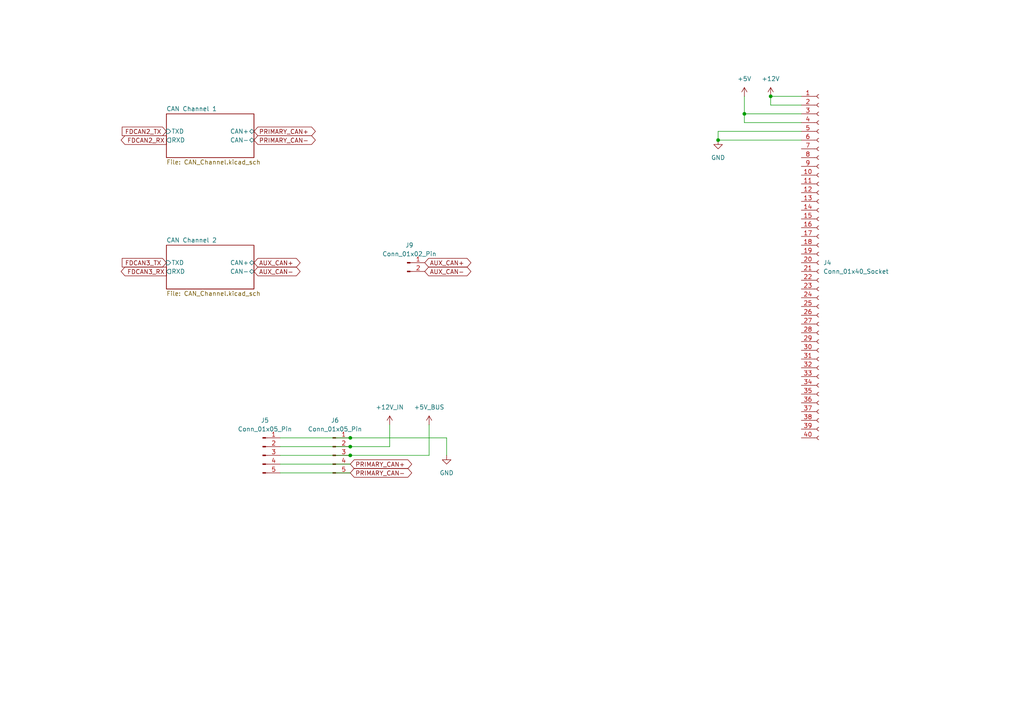
<source format=kicad_sch>
(kicad_sch (version 20250114) (generator "eeschema") (generator_version "9.0")
  (paper "A4")
  (lib_symbols
    (symbol "Connector:Conn_01x02_Pin" (pin_names (offset 1.016) (hide yes))
      (property "Reference" "J" (at 0 2.54 0))
      (property "Value" "Conn_01x02_Pin" (at 0 -5.08 0))
      (symbol "Conn_01x02_Pin_1_1"
        (rectangle (start 0.8636 0.127) (end 0 -0.127) (stroke (width 0.1524)) (fill (type outline)))
        (rectangle (start 0.8636 -2.413) (end 0 -2.667) (stroke (width 0.1524)) (fill (type outline)))
        (polyline (pts (xy 1.27 0) (xy 0.8636 0)) (stroke (width 0.1524)))
        (polyline (pts (xy 1.27 -2.54) (xy 0.8636 -2.54)) (stroke (width 0.1524)))
        (pin passive line (at 5.08 0 180) (length 3.81) (name "Pin_1") (number "1"))
        (pin passive line (at 5.08 -2.54 180) (length 3.81) (name "Pin_2") (number "2"))
      )
    )
    (symbol "Connector:Conn_01x05_Pin" (pin_names (offset 1.016) (hide yes))
      (property "Reference" "J" (at 0 7.62 0))
      (property "Value" "Conn_01x05_Pin" (at 0 -7.62 0))
      (symbol "Conn_01x05_Pin_1_1"
        (rectangle (start 0.8636 5.207) (end 0 4.953) (stroke (width 0.1524)) (fill (type outline)))
        (rectangle (start 0.8636 2.667) (end 0 2.413) (stroke (width 0.1524)) (fill (type outline)))
        (rectangle (start 0.8636 0.127) (end 0 -0.127) (stroke (width 0.1524)) (fill (type outline)))
        (rectangle (start 0.8636 -2.413) (end 0 -2.667) (stroke (width 0.1524)) (fill (type outline)))
        (rectangle (start 0.8636 -4.953) (end 0 -5.207) (stroke (width 0.1524)) (fill (type outline)))
        (polyline (pts (xy 1.27 5.08) (xy 0.8636 5.08)) (stroke (width 0.1524)))
        (polyline (pts (xy 1.27 2.54) (xy 0.8636 2.54)) (stroke (width 0.1524)))
        (polyline (pts (xy 1.27 0) (xy 0.8636 0)) (stroke (width 0.1524)))
        (polyline (pts (xy 1.27 -2.54) (xy 0.8636 -2.54)) (stroke (width 0.1524)))
        (polyline (pts (xy 1.27 -5.08) (xy 0.8636 -5.08)) (stroke (width 0.1524)))
        (pin passive line (at 5.08 5.08 180) (length 3.81) (name "Pin_1") (number "1"))
        (pin passive line (at 5.08 2.54 180) (length 3.81) (name "Pin_2") (number "2"))
        (pin passive line (at 5.08 0 180) (length 3.81) (name "Pin_3") (number "3"))
        (pin passive line (at 5.08 -2.54 180) (length 3.81) (name "Pin_4") (number "4"))
        (pin passive line (at 5.08 -5.08 180) (length 3.81) (name "Pin_5") (number "5"))
      )
    )
    (symbol "Connector:Conn_01x40_Socket" (pin_names (offset 1.016) (hide yes))
      (property "Reference" "J" (at 0 50.8 0))
      (property "Value" "Conn_01x40_Socket" (at 0 -53.34 0))
      (symbol "Conn_01x40_Socket_1_1"
        (polyline (pts (xy -1.27 48.26) (xy -0.508 48.26)) (stroke (width 0.1524)))
        (polyline (pts (xy -1.27 45.72) (xy -0.508 45.72)) (stroke (width 0.1524)))
        (polyline (pts (xy -1.27 43.18) (xy -0.508 43.18)) (stroke (width 0.1524)))
        (polyline (pts (xy -1.27 40.64) (xy -0.508 40.64)) (stroke (width 0.1524)))
        (polyline (pts (xy -1.27 38.1) (xy -0.508 38.1)) (stroke (width 0.1524)))
        (polyline (pts (xy -1.27 35.56) (xy -0.508 35.56)) (stroke (width 0.1524)))
        (polyline (pts (xy -1.27 33.02) (xy -0.508 33.02)) (stroke (width 0.1524)))
        (polyline (pts (xy -1.27 30.48) (xy -0.508 30.48)) (stroke (width 0.1524)))
        (polyline (pts (xy -1.27 27.94) (xy -0.508 27.94)) (stroke (width 0.1524)))
        (polyline (pts (xy -1.27 25.4) (xy -0.508 25.4)) (stroke (width 0.1524)))
        (polyline (pts (xy -1.27 22.86) (xy -0.508 22.86)) (stroke (width 0.1524)))
        (polyline (pts (xy -1.27 20.32) (xy -0.508 20.32)) (stroke (width 0.1524)))
        (polyline (pts (xy -1.27 17.78) (xy -0.508 17.78)) (stroke (width 0.1524)))
        (polyline (pts (xy -1.27 15.24) (xy -0.508 15.24)) (stroke (width 0.1524)))
        (polyline (pts (xy -1.27 12.7) (xy -0.508 12.7)) (stroke (width 0.1524)))
        (polyline (pts (xy -1.27 10.16) (xy -0.508 10.16)) (stroke (width 0.1524)))
        (polyline (pts (xy -1.27 7.62) (xy -0.508 7.62)) (stroke (width 0.1524)))
        (polyline (pts (xy -1.27 5.08) (xy -0.508 5.08)) (stroke (width 0.1524)))
        (polyline (pts (xy -1.27 2.54) (xy -0.508 2.54)) (stroke (width 0.1524)))
        (polyline (pts (xy -1.27 0) (xy -0.508 0)) (stroke (width 0.1524)))
        (polyline (pts (xy -1.27 -2.54) (xy -0.508 -2.54)) (stroke (width 0.1524)))
        (polyline (pts (xy -1.27 -5.08) (xy -0.508 -5.08)) (stroke (width 0.1524)))
        (polyline (pts (xy -1.27 -7.62) (xy -0.508 -7.62)) (stroke (width 0.1524)))
        (polyline (pts (xy -1.27 -10.16) (xy -0.508 -10.16)) (stroke (width 0.1524)))
        (polyline (pts (xy -1.27 -12.7) (xy -0.508 -12.7)) (stroke (width 0.1524)))
        (polyline (pts (xy -1.27 -15.24) (xy -0.508 -15.24)) (stroke (width 0.1524)))
        (polyline (pts (xy -1.27 -17.78) (xy -0.508 -17.78)) (stroke (width 0.1524)))
        (polyline (pts (xy -1.27 -20.32) (xy -0.508 -20.32)) (stroke (width 0.1524)))
        (polyline (pts (xy -1.27 -22.86) (xy -0.508 -22.86)) (stroke (width 0.1524)))
        (polyline (pts (xy -1.27 -25.4) (xy -0.508 -25.4)) (stroke (width 0.1524)))
        (polyline (pts (xy -1.27 -27.94) (xy -0.508 -27.94)) (stroke (width 0.1524)))
        (polyline (pts (xy -1.27 -30.48) (xy -0.508 -30.48)) (stroke (width 0.1524)))
        (polyline (pts (xy -1.27 -33.02) (xy -0.508 -33.02)) (stroke (width 0.1524)))
        (polyline (pts (xy -1.27 -35.56) (xy -0.508 -35.56)) (stroke (width 0.1524)))
        (polyline (pts (xy -1.27 -38.1) (xy -0.508 -38.1)) (stroke (width 0.1524)))
        (polyline (pts (xy -1.27 -40.64) (xy -0.508 -40.64)) (stroke (width 0.1524)))
        (polyline (pts (xy -1.27 -43.18) (xy -0.508 -43.18)) (stroke (width 0.1524)))
        (polyline (pts (xy -1.27 -45.72) (xy -0.508 -45.72)) (stroke (width 0.1524)))
        (polyline (pts (xy -1.27 -48.26) (xy -0.508 -48.26)) (stroke (width 0.1524)))
        (polyline (pts (xy -1.27 -50.8) (xy -0.508 -50.8)) (stroke (width 0.1524)))
        (arc (start 0 47.752) (mid -0.5058 48.26) (end 0 48.768) (stroke (width 0.1524)))
        (arc (start 0 45.212) (mid -0.5058 45.72) (end 0 46.228) (stroke (width 0.1524)))
        (arc (start 0 42.672) (mid -0.5058 43.18) (end 0 43.688) (stroke (width 0.1524)))
        (arc (start 0 40.132) (mid -0.5058 40.64) (end 0 41.148) (stroke (width 0.1524)))
        (arc (start 0 37.592) (mid -0.5058 38.1) (end 0 38.608) (stroke (width 0.1524)))
        (arc (start 0 35.052) (mid -0.5058 35.56) (end 0 36.068) (stroke (width 0.1524)))
        (arc (start 0 32.512) (mid -0.5058 33.02) (end 0 33.528) (stroke (width 0.1524)))
        (arc (start 0 29.972) (mid -0.5058 30.48) (end 0 30.988) (stroke (width 0.1524)))
        (arc (start 0 27.432) (mid -0.5058 27.94) (end 0 28.448) (stroke (width 0.1524)))
        (arc (start 0 24.892) (mid -0.5058 25.4) (end 0 25.908) (stroke (width 0.1524)))
        (arc (start 0 22.352) (mid -0.5058 22.86) (end 0 23.368) (stroke (width 0.1524)))
        (arc (start 0 19.812) (mid -0.5058 20.32) (end 0 20.828) (stroke (width 0.1524)))
        (arc (start 0 17.272) (mid -0.5058 17.78) (end 0 18.288) (stroke (width 0.1524)))
        (arc (start 0 14.732) (mid -0.5058 15.24) (end 0 15.748) (stroke (width 0.1524)))
        (arc (start 0 12.192) (mid -0.5058 12.7) (end 0 13.208) (stroke (width 0.1524)))
        (arc (start 0 9.652) (mid -0.5058 10.16) (end 0 10.668) (stroke (width 0.1524)))
        (arc (start 0 7.112) (mid -0.5058 7.62) (end 0 8.128) (stroke (width 0.1524)))
        (arc (start 0 4.572) (mid -0.5058 5.08) (end 0 5.588) (stroke (width 0.1524)))
        (arc (start 0 2.032) (mid -0.5058 2.54) (end 0 3.048) (stroke (width 0.1524)))
        (arc (start 0 -0.508) (mid -0.5058 0) (end 0 0.508) (stroke (width 0.1524)))
        (arc (start 0 -3.048) (mid -0.5058 -2.54) (end 0 -2.032) (stroke (width 0.1524)))
        (arc (start 0 -5.588) (mid -0.5058 -5.08) (end 0 -4.572) (stroke (width 0.1524)))
        (arc (start 0 -8.128) (mid -0.5058 -7.62) (end 0 -7.112) (stroke (width 0.1524)))
        (arc (start 0 -10.668) (mid -0.5058 -10.16) (end 0 -9.652) (stroke (width 0.1524)))
        (arc (start 0 -13.208) (mid -0.5058 -12.7) (end 0 -12.192) (stroke (width 0.1524)))
        (arc (start 0 -15.748) (mid -0.5058 -15.24) (end 0 -14.732) (stroke (width 0.1524)))
        (arc (start 0 -18.288) (mid -0.5058 -17.78) (end 0 -17.272) (stroke (width 0.1524)))
        (arc (start 0 -20.828) (mid -0.5058 -20.32) (end 0 -19.812) (stroke (width 0.1524)))
        (arc (start 0 -23.368) (mid -0.5058 -22.86) (end 0 -22.352) (stroke (width 0.1524)))
        (arc (start 0 -25.908) (mid -0.5058 -25.4) (end 0 -24.892) (stroke (width 0.1524)))
        (arc (start 0 -28.448) (mid -0.5058 -27.94) (end 0 -27.432) (stroke (width 0.1524)))
        (arc (start 0 -30.988) (mid -0.5058 -30.48) (end 0 -29.972) (stroke (width 0.1524)))
        (arc (start 0 -33.528) (mid -0.5058 -33.02) (end 0 -32.512) (stroke (width 0.1524)))
        (arc (start 0 -36.068) (mid -0.5058 -35.56) (end 0 -35.052) (stroke (width 0.1524)))
        (arc (start 0 -38.608) (mid -0.5058 -38.1) (end 0 -37.592) (stroke (width 0.1524)))
        (arc (start 0 -41.148) (mid -0.5058 -40.64) (end 0 -40.132) (stroke (width 0.1524)))
        (arc (start 0 -43.688) (mid -0.5058 -43.18) (end 0 -42.672) (stroke (width 0.1524)))
        (arc (start 0 -46.228) (mid -0.5058 -45.72) (end 0 -45.212) (stroke (width 0.1524)))
        (arc (start 0 -48.768) (mid -0.5058 -48.26) (end 0 -47.752) (stroke (width 0.1524)))
        (arc (start 0 -51.308) (mid -0.5058 -50.8) (end 0 -50.292) (stroke (width 0.1524)))
        (pin passive line (at -5.08 48.26 0) (length 3.81) (name "Pin_1") (number "1"))
        (pin passive line (at -5.08 45.72 0) (length 3.81) (name "Pin_2") (number "2"))
        (pin passive line (at -5.08 43.18 0) (length 3.81) (name "Pin_3") (number "3"))
        (pin passive line (at -5.08 40.64 0) (length 3.81) (name "Pin_4") (number "4"))
        (pin passive line (at -5.08 38.1 0) (length 3.81) (name "Pin_5") (number "5"))
        (pin passive line (at -5.08 35.56 0) (length 3.81) (name "Pin_6") (number "6"))
        (pin passive line (at -5.08 33.02 0) (length 3.81) (name "Pin_7") (number "7"))
        (pin passive line (at -5.08 30.48 0) (length 3.81) (name "Pin_8") (number "8"))
        (pin passive line (at -5.08 27.94 0) (length 3.81) (name "Pin_9") (number "9"))
        (pin passive line (at -5.08 25.4 0) (length 3.81) (name "Pin_10") (number "10"))
        (pin passive line (at -5.08 22.86 0) (length 3.81) (name "Pin_11") (number "11"))
        (pin passive line (at -5.08 20.32 0) (length 3.81) (name "Pin_12") (number "12"))
        (pin passive line (at -5.08 17.78 0) (length 3.81) (name "Pin_13") (number "13"))
        (pin passive line (at -5.08 15.24 0) (length 3.81) (name "Pin_14") (number "14"))
        (pin passive line (at -5.08 12.7 0) (length 3.81) (name "Pin_15") (number "15"))
        (pin passive line (at -5.08 10.16 0) (length 3.81) (name "Pin_16") (number "16"))
        (pin passive line (at -5.08 7.62 0) (length 3.81) (name "Pin_17") (number "17"))
        (pin passive line (at -5.08 5.08 0) (length 3.81) (name "Pin_18") (number "18"))
        (pin passive line (at -5.08 2.54 0) (length 3.81) (name "Pin_19") (number "19"))
        (pin passive line (at -5.08 0 0) (length 3.81) (name "Pin_20") (number "20"))
        (pin passive line (at -5.08 -2.54 0) (length 3.81) (name "Pin_21") (number "21"))
        (pin passive line (at -5.08 -5.08 0) (length 3.81) (name "Pin_22") (number "22"))
        (pin passive line (at -5.08 -7.62 0) (length 3.81) (name "Pin_23") (number "23"))
        (pin passive line (at -5.08 -10.16 0) (length 3.81) (name "Pin_24") (number "24"))
        (pin passive line (at -5.08 -12.7 0) (length 3.81) (name "Pin_25") (number "25"))
        (pin passive line (at -5.08 -15.24 0) (length 3.81) (name "Pin_26") (number "26"))
        (pin passive line (at -5.08 -17.78 0) (length 3.81) (name "Pin_27") (number "27"))
        (pin passive line (at -5.08 -20.32 0) (length 3.81) (name "Pin_28") (number "28"))
        (pin passive line (at -5.08 -22.86 0) (length 3.81) (name "Pin_29") (number "29"))
        (pin passive line (at -5.08 -25.4 0) (length 3.81) (name "Pin_30") (number "30"))
        (pin passive line (at -5.08 -27.94 0) (length 3.81) (name "Pin_31") (number "31"))
        (pin passive line (at -5.08 -30.48 0) (length 3.81) (name "Pin_32") (number "32"))
        (pin passive line (at -5.08 -33.02 0) (length 3.81) (name "Pin_33") (number "33"))
        (pin passive line (at -5.08 -35.56 0) (length 3.81) (name "Pin_34") (number "34"))
        (pin passive line (at -5.08 -38.1 0) (length 3.81) (name "Pin_35") (number "35"))
        (pin passive line (at -5.08 -40.64 0) (length 3.81) (name "Pin_36") (number "36"))
        (pin passive line (at -5.08 -43.18 0) (length 3.81) (name "Pin_37") (number "37"))
        (pin passive line (at -5.08 -45.72 0) (length 3.81) (name "Pin_38") (number "38"))
        (pin passive line (at -5.08 -48.26 0) (length 3.81) (name "Pin_39") (number "39"))
        (pin passive line (at -5.08 -50.8 0) (length 3.81) (name "Pin_40") (number "40"))
      )
    )
    (symbol "power:+3.3V" (power) (pin_numbers (hide yes)) (pin_names (offset 0) (hide yes))
      (property "Value" "+3.3V" (at 0 3.556 0))
      (symbol "+3.3V_0_1"
        (polyline (pts (xy -0.762 1.27) (xy 0 2.54)))
        (polyline (pts (xy 0 2.54) (xy 0.762 1.27)))
        (polyline (pts (xy 0 0) (xy 0 2.54)))
      )
      (symbol "+3.3V_1_1"
        (pin power_in line (at 0 0 90) (length 0) (name "~") (number "1"))
      )
    )
    (symbol "power:GND" (power) (pin_numbers (hide yes)) (pin_names (offset 0) (hide yes))
      (property "Value" "GND" (at 0 -3.81 0))
      (symbol "GND_0_1"
        (polyline (pts (xy 0 0) (xy 0 -1.27) (xy 1.27 -1.27) (xy 0 -2.54) (xy -1.27 -1.27) (xy 0 -1.27)))
      )
      (symbol "GND_1_1"
        (pin power_in line (at 0 0 270) (length 0) (name "~") (number "1"))
      )
    )
  )
  (junction (at 215.9 33.02))
  (junction (at 208.28 40.64))
  (junction (at 101.6 132.08))
  (junction (at 101.6 129.54))
  (junction (at 101.6 127))
  (junction (at 223.52 27.94))
  (wire (pts (xy 232.41 30.48) (xy 223.52 30.48)))
  (wire (pts (xy 208.28 40.64) (xy 232.41 40.64)))
  (wire (pts (xy 113.03 123.19) (xy 113.03 129.54)))
  (wire (pts (xy 215.9 33.02) (xy 232.41 33.02)))
  (wire (pts (xy 124.46 123.19) (xy 124.46 132.08)))
  (wire (pts (xy 81.28 134.62) (xy 101.6 134.62)))
  (wire (pts (xy 208.28 38.1) (xy 208.28 40.64)))
  (wire (pts (xy 223.52 27.94) (xy 232.41 27.94)))
  (wire (pts (xy 129.54 132.08) (xy 129.54 127)))
  (wire (pts (xy 215.9 35.56) (xy 215.9 33.02)))
  (wire (pts (xy 81.28 127) (xy 101.6 127)))
  (wire (pts (xy 215.9 27.94) (xy 215.9 33.02)))
  (wire (pts (xy 124.46 132.08) (xy 101.6 132.08)))
  (wire (pts (xy 81.28 137.16) (xy 101.6 137.16)))
  (wire (pts (xy 232.41 35.56) (xy 215.9 35.56)))
  (wire (pts (xy 129.54 127) (xy 101.6 127)))
  (wire (pts (xy 81.28 132.08) (xy 101.6 132.08)))
  (wire (pts (xy 113.03 129.54) (xy 101.6 129.54)))
  (wire (pts (xy 223.52 30.48) (xy 223.52 27.94)))
  (wire (pts (xy 232.41 38.1) (xy 208.28 38.1)))
  (wire (pts (xy 81.28 129.54) (xy 101.6 129.54)))
  (global_label "AUX_CAN-" (shape bidirectional) (at 73.66 78.74 0) (property "Intersheetrefs" "${INTERSHEET_REFS}" (effects (hide yes))))
  (global_label "PRIMARY_CAN-" (shape bidirectional) (at 101.6 137.16 0) (property "Intersheetrefs" "${INTERSHEET_REFS}" (effects (hide yes))))
  (global_label "FDCAN2_RX" (shape output) (at 48.26 40.64 180) (property "Intersheetrefs" "${INTERSHEET_REFS}" (effects (hide yes))))
  (global_label "PRIMARY_CAN+" (shape bidirectional) (at 73.66 38.1 0) (property "Intersheetrefs" "${INTERSHEET_REFS}" (effects (hide yes))))
  (global_label "FDCAN2_TX" (shape input) (at 48.26 38.1 180) (property "Intersheetrefs" "${INTERSHEET_REFS}" (effects (hide yes))))
  (global_label "AUX_CAN+" (shape bidirectional) (at 73.66 76.2 0) (property "Intersheetrefs" "${INTERSHEET_REFS}" (effects (hide yes))))
  (global_label "AUX_CAN+" (shape bidirectional) (at 123.19 76.2 0) (property "Intersheetrefs" "${INTERSHEET_REFS}" (effects (hide yes))))
  (global_label "PRIMARY_CAN-" (shape bidirectional) (at 73.66 40.64 0) (property "Intersheetrefs" "${INTERSHEET_REFS}" (effects (hide yes))))
  (global_label "FDCAN3_RX" (shape output) (at 48.26 78.74 180) (property "Intersheetrefs" "${INTERSHEET_REFS}" (effects (hide yes))))
  (global_label "FDCAN3_TX" (shape input) (at 48.26 76.2 180) (property "Intersheetrefs" "${INTERSHEET_REFS}" (effects (hide yes))))
  (global_label "PRIMARY_CAN+" (shape bidirectional) (at 101.6 134.62 0) (property "Intersheetrefs" "${INTERSHEET_REFS}" (effects (hide yes))))
  (global_label "AUX_CAN-" (shape bidirectional) (at 123.19 78.74 0) (property "Intersheetrefs" "${INTERSHEET_REFS}" (effects (hide yes))))
  (symbol (lib_id "power:GND") (at 129.54 132.08 0) (unit 1)
    (property "Reference" "#PWR026" (effects (hide yes)))
    (property "Value" "GND" (at 129.54 137.16 0))
    (property "Description" "Power symbol creates a global label with name \"GND\" , ground" (effects (hide yes)))
  )
  (symbol (lib_id "power:+3.3V") (at 113.03 123.19 0) (unit 1)
    (property "Reference" "#PWR024" (effects (hide yes)))
    (property "Value" "+12V_IN" (at 113.03 118.11 0))
    (property "Description" "Power symbol creates a global label with name \"+3.3V\"" (effects (hide yes)))
  )
  (symbol (lib_id "power:+3.3V") (at 215.9 27.94 0) (unit 1)
    (property "Reference" "#PWR021" (effects (hide yes)))
    (property "Value" "+5V" (at 215.9 22.86 0))
    (property "Description" "Power symbol creates a global label with name \"+3.3V\"" (effects (hide yes)))
  )
  (symbol (lib_id "Connector:Conn_01x40_Socket") (at 237.49 76.2 0) (unit 1)
    (property "Reference" "J4" (at 238.76 76.1999 0) (effects (justify left)))
    (property "Value" "Conn_01x40_Socket" (at 238.76 78.7399 0) (effects (justify left)))
    (property "Footprint" "Connector_PinSocket_2.54mm:PinSocket_1x40_P2.54mm_Horizontal" (effects (hide yes)))
    (property "Description" "Generic connector, single row, 01x40, script generated" (effects (hide yes)))
  )
  (symbol (lib_id "power:+3.3V") (at 124.46 123.19 0) (unit 1)
    (property "Reference" "#PWR025" (effects (hide yes)))
    (property "Value" "+5V_BUS" (at 124.46 118.11 0))
    (property "Description" "Power symbol creates a global label with name \"+3.3V\"" (effects (hide yes)))
  )
  (symbol (lib_id "Connector:Conn_01x05_Pin") (at 76.2 132.08 0) (unit 1)
    (property "Reference" "J5" (at 76.835 121.92 0))
    (property "Value" "Conn_01x05_Pin" (at 76.835 124.46 0))
    (property "Footprint" "Connector_Molex:Molex_Micro-Fit_3.0_43650-0515_1x05_P3.00mm_Vertical" (effects (hide yes)))
    (property "Description" "Generic connector, single row, 01x05, script generated" (effects (hide yes)))
  )
  (symbol (lib_id "Connector:Conn_01x02_Pin") (at 118.11 76.2 0) (unit 1)
    (property "Reference" "J9" (at 118.745 71.12 0))
    (property "Value" "Conn_01x02_Pin" (at 118.745 73.66 0))
    (property "Footprint" "Connector_Molex:Molex_Micro-Fit_3.0_43650-0215_1x02_P3.00mm_Vertical" (effects (hide yes)))
    (property "Description" "Generic connector, single row, 01x02, script generated" (effects (hide yes)))
  )
  (symbol (lib_id "Connector:Conn_01x05_Pin") (at 96.52 132.08 0) (unit 1)
    (property "Reference" "J6" (at 97.155 121.92 0))
    (property "Value" "Conn_01x05_Pin" (at 97.155 124.46 0))
    (property "Footprint" "Connector_Molex:Molex_Micro-Fit_3.0_43650-0515_1x05_P3.00mm_Vertical" (effects (hide yes)))
    (property "Description" "Generic connector, single row, 01x05, script generated" (effects (hide yes)))
  )
  (symbol (lib_id "power:+3.3V") (at 223.52 27.94 0) (unit 1)
    (property "Reference" "#PWR022" (effects (hide yes)))
    (property "Value" "+12V" (at 223.52 22.86 0))
    (property "Description" "Power symbol creates a global label with name \"+3.3V\"" (effects (hide yes)))
  )
  (symbol (lib_id "power:GND") (at 208.28 40.64 0) (unit 1)
    (property "Reference" "#PWR023" (effects (hide yes)))
    (property "Value" "GND" (at 208.28 45.72 0))
    (property "Description" "Power symbol creates a global label with name \"GND\" , ground" (effects (hide yes)))
  )
  (sheet (at 48.26 33.02) (size 25.4 12.7) (stroke (width 0.1524))
    (property "Sheetname" "CAN Channel 1" (at 48.26 32.3084 0) (effects (justify left bottom)))
    (property "Sheetfile" "CAN_Channel.kicad_sch" (at 48.26 46.3046 0) (effects (justify left top)))
    (pin "CAN+" bidirectional (at 73.66 38.1 0))
    (pin "CAN-" bidirectional (at 73.66 40.64 0))
    (pin "TXD" input (at 48.26 38.1 180))
    (pin "RXD" output (at 48.26 40.64 180))
  )
  (sheet (at 48.26 71.12) (size 25.4 12.7) (stroke (width 0.1524))
    (property "Sheetname" "CAN Channel 2" (at 48.26 70.4084 0) (effects (justify left bottom)))
    (property "Sheetfile" "CAN_Channel.kicad_sch" (at 48.26 84.4046 0) (effects (justify left top)))
    (pin "CAN+" bidirectional (at 73.66 76.2 0))
    (pin "CAN-" bidirectional (at 73.66 78.74 0))
    (pin "TXD" input (at 48.26 76.2 180))
    (pin "RXD" output (at 48.26 78.74 180))
  )
)
</source>
